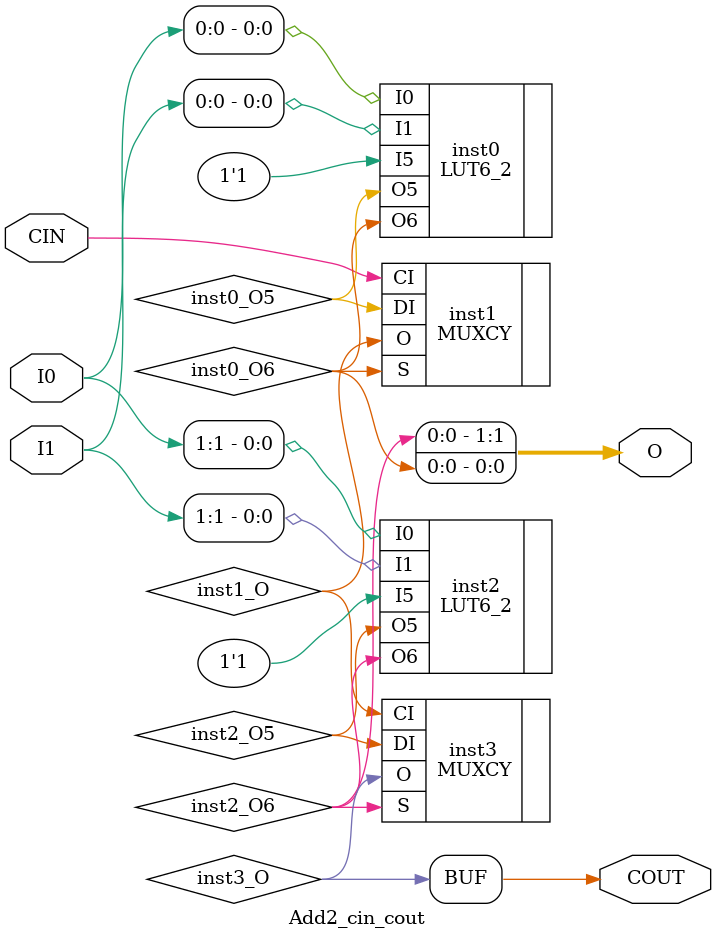
<source format=v>
module Add2_cin_cout (input [1:0] I0, input [1:0] I1, input  CIN, output [1:0] O, output  COUT);
wire  inst0_O5;
wire  inst0_O6;
wire  inst1_O;
wire  inst2_O5;
wire  inst2_O6;
wire  inst3_O;
LUT6_2 #(.INIT(64'h1111111111111110)) inst0 (.I0(I0[0]), .I1(I1[0]), .I5(1'b1), .O5(inst0_O5), .O6(inst0_O6));
MUXCY inst1 (.DI(inst0_O5), .CI(CIN), .S(inst0_O6), .O(inst1_O));
LUT6_2 #(.INIT(64'h1111111111111110)) inst2 (.I0(I0[1]), .I1(I1[1]), .I5(1'b1), .O5(inst2_O5), .O6(inst2_O6));
MUXCY inst3 (.DI(inst2_O5), .CI(inst1_O), .S(inst2_O6), .O(inst3_O));
assign O = {inst2_O6,inst0_O6};
assign COUT = inst3_O;
endmodule


</source>
